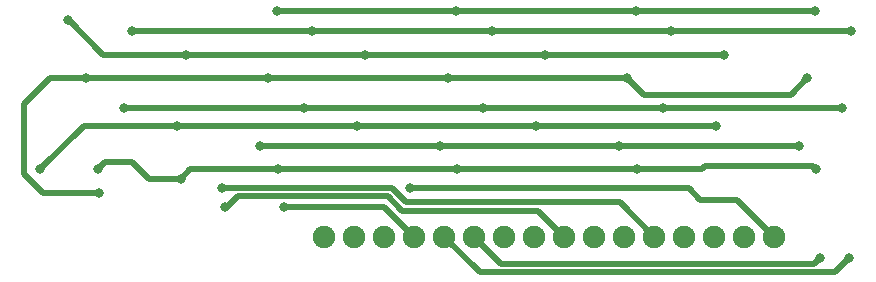
<source format=gbr>
%TF.GenerationSoftware,KiCad,Pcbnew,(5.1.7)-1*%
%TF.CreationDate,2021-08-17T00:51:46+02:00*%
%TF.ProjectId,saba_az553,73616261-5f61-47a3-9535-332e6b696361,rev?*%
%TF.SameCoordinates,Original*%
%TF.FileFunction,Copper,L2,Bot*%
%TF.FilePolarity,Positive*%
%FSLAX46Y46*%
G04 Gerber Fmt 4.6, Leading zero omitted, Abs format (unit mm)*
G04 Created by KiCad (PCBNEW (5.1.7)-1) date 2021-08-17 00:51:46*
%MOMM*%
%LPD*%
G01*
G04 APERTURE LIST*
%TA.AperFunction,ComponentPad*%
%ADD10C,1.900000*%
%TD*%
%TA.AperFunction,ComponentPad*%
%ADD11O,1.900000X1.900000*%
%TD*%
%TA.AperFunction,ViaPad*%
%ADD12C,0.800000*%
%TD*%
%TA.AperFunction,Conductor*%
%ADD13C,0.500000*%
%TD*%
G04 APERTURE END LIST*
D10*
%TO.P,J1,1*%
%TO.N,Net-(J1-Pad1)*%
X49500000Y-44500000D03*
D11*
%TO.P,J1,2*%
%TO.N,Net-(J1-Pad2)*%
X52040000Y-44500000D03*
%TO.P,J1,3*%
%TO.N,Net-(J1-Pad3)*%
X54580000Y-44500000D03*
%TO.P,J1,4*%
%TO.N,Net-(J1-Pad4)*%
X57120000Y-44500000D03*
%TO.P,J1,5*%
%TO.N,Net-(J1-Pad5)*%
X59660000Y-44500000D03*
%TO.P,J1,6*%
%TO.N,Net-(J1-Pad6)*%
X62200000Y-44500000D03*
%TO.P,J1,7*%
%TO.N,Net-(J1-Pad7)*%
X64740000Y-44500000D03*
%TO.P,J1,8*%
%TO.N,Net-(J1-Pad8)*%
X67280000Y-44500000D03*
%TO.P,J1,9*%
%TO.N,Net-(J1-Pad9)*%
X69820000Y-44500000D03*
%TO.P,J1,10*%
%TO.N,Net-(J1-Pad10)*%
X72360000Y-44500000D03*
%TO.P,J1,11*%
%TO.N,Net-(J1-Pad11)*%
X74900000Y-44500000D03*
%TO.P,J1,12*%
%TO.N,D1*%
X77440000Y-44500000D03*
%TO.P,J1,13*%
%TO.N,D2*%
X79980000Y-44500000D03*
%TO.P,J1,14*%
%TO.N,D4*%
X82520000Y-44500000D03*
%TO.P,J1,15*%
%TO.N,D5*%
X85060000Y-44500000D03*
%TO.P,J1,16*%
%TO.N,D3*%
X87600000Y-44500000D03*
%TD*%
D12*
%TO.N,A*%
X45500000Y-25400000D03*
X60700000Y-25400000D03*
X75900000Y-25400000D03*
X91100000Y-25400000D03*
%TO.N,F*%
X27800000Y-26200000D03*
X37800000Y-29100000D03*
X53000000Y-29100000D03*
X68200000Y-29100000D03*
X83400000Y-29100000D03*
%TO.N,G*%
X29400000Y-31100000D03*
X44800000Y-31100000D03*
X60000000Y-31100000D03*
X75200000Y-31100000D03*
X90400000Y-31100000D03*
X30500000Y-40800000D03*
%TO.N,E*%
X37100000Y-35100000D03*
X52300000Y-35100000D03*
X67500000Y-35100000D03*
X82700000Y-35100000D03*
X25500000Y-38800000D03*
%TO.N,B*%
X48500000Y-27100000D03*
X33300000Y-27100000D03*
X63700000Y-27100000D03*
X78900000Y-27100000D03*
X94100000Y-27100000D03*
%TO.N,DP*%
X45600000Y-38800000D03*
X60800000Y-38800000D03*
X76000000Y-38800000D03*
X91200000Y-38800000D03*
X30400000Y-38800000D03*
X37400000Y-39600000D03*
%TO.N,C*%
X47800000Y-33600000D03*
X32600000Y-33600000D03*
X63000000Y-33600000D03*
X78200000Y-33600000D03*
X93400000Y-33600000D03*
%TO.N,D*%
X44100000Y-36800000D03*
X59300000Y-36800000D03*
X74500000Y-36800000D03*
X89700000Y-36800000D03*
%TO.N,D1*%
X40900000Y-40400000D03*
%TO.N,D3*%
X56800000Y-40400000D03*
%TO.N,Net-(J1-Pad4)*%
X46100000Y-42000000D03*
%TO.N,Net-(J1-Pad5)*%
X94000000Y-46300000D03*
%TO.N,Net-(J1-Pad6)*%
X91500000Y-46300000D03*
%TO.N,Net-(J1-Pad9)*%
X41100000Y-42000000D03*
%TD*%
D13*
%TO.N,A*%
X45500000Y-25400000D02*
X91100000Y-25400000D01*
%TO.N,F*%
X30800000Y-29100000D02*
X27900000Y-26200000D01*
X30800000Y-29100000D02*
X37800000Y-29100000D01*
X37800000Y-29100000D02*
X83400000Y-29100000D01*
%TO.N,G*%
X29400000Y-31100000D02*
X75200000Y-31100000D01*
X89013414Y-32486586D02*
X90400000Y-31100000D01*
X76586586Y-32486586D02*
X89013414Y-32486586D01*
X75200000Y-31100000D02*
X76586586Y-32486586D01*
X26300000Y-31100000D02*
X29400000Y-31100000D01*
X24100000Y-33300000D02*
X26300000Y-31100000D01*
X24100000Y-39200000D02*
X24100000Y-33300000D01*
X25700000Y-40800000D02*
X24100000Y-39200000D01*
X30500000Y-40800000D02*
X25700000Y-40800000D01*
%TO.N,E*%
X37100000Y-35100000D02*
X82700000Y-35100000D01*
X37100000Y-35100000D02*
X29200000Y-35100000D01*
X29200000Y-35100000D02*
X25500000Y-38800000D01*
%TO.N,B*%
X33300000Y-27100000D02*
X94100000Y-27100000D01*
%TO.N,DP*%
X31000000Y-38200000D02*
X30400000Y-38800000D01*
X38200000Y-38800000D02*
X37400000Y-39600000D01*
X37400000Y-39600000D02*
X34700000Y-39600000D01*
X45600000Y-38800000D02*
X38200000Y-38800000D01*
X33300000Y-38200000D02*
X34700000Y-39600000D01*
X31000000Y-38200000D02*
X33300000Y-38200000D01*
X45600000Y-38800000D02*
X68000000Y-38800000D01*
X76000000Y-38800000D02*
X81500000Y-38800000D01*
X81500000Y-38800000D02*
X81800000Y-38500000D01*
X90900000Y-38500000D02*
X91200000Y-38800000D01*
X81800000Y-38500000D02*
X90900000Y-38500000D01*
X68000000Y-38800000D02*
X76000000Y-38800000D01*
%TO.N,C*%
X32600000Y-33600000D02*
X93400000Y-33600000D01*
%TO.N,D*%
X44100000Y-36800000D02*
X89700000Y-36800000D01*
%TO.N,D1*%
X55300000Y-40400000D02*
X56499999Y-41599999D01*
X40900000Y-40400000D02*
X55300000Y-40400000D01*
X74539999Y-41599999D02*
X77440000Y-44500000D01*
X56499999Y-41599999D02*
X74539999Y-41599999D01*
%TO.N,D3*%
X56800000Y-40400000D02*
X80400000Y-40400000D01*
X81383784Y-41383784D02*
X80400000Y-40400000D01*
X84483784Y-41383784D02*
X87600000Y-44500000D01*
X81383784Y-41383784D02*
X84483784Y-41383784D01*
%TO.N,Net-(J1-Pad4)*%
X54620000Y-42000000D02*
X57120000Y-44500000D01*
X46300000Y-42000000D02*
X54620000Y-42000000D01*
%TO.N,Net-(J1-Pad5)*%
X62684990Y-47524990D02*
X59660000Y-44500000D01*
X92775010Y-47524990D02*
X62684990Y-47524990D01*
X94000000Y-46300000D02*
X92775010Y-47524990D01*
%TO.N,Net-(J1-Pad6)*%
X64524980Y-46824980D02*
X90975020Y-46824980D01*
X62200000Y-44500000D02*
X64524980Y-46824980D01*
X91500000Y-46300000D02*
X90975020Y-46824980D01*
%TO.N,Net-(J1-Pad9)*%
X67620009Y-42300009D02*
X69820000Y-44500000D01*
X56100009Y-42300009D02*
X67620009Y-42300009D01*
X54900010Y-41100010D02*
X56100009Y-42300009D01*
X42199990Y-41100010D02*
X54900010Y-41100010D01*
X41300000Y-42000000D02*
X42199990Y-41100010D01*
%TD*%
M02*

</source>
